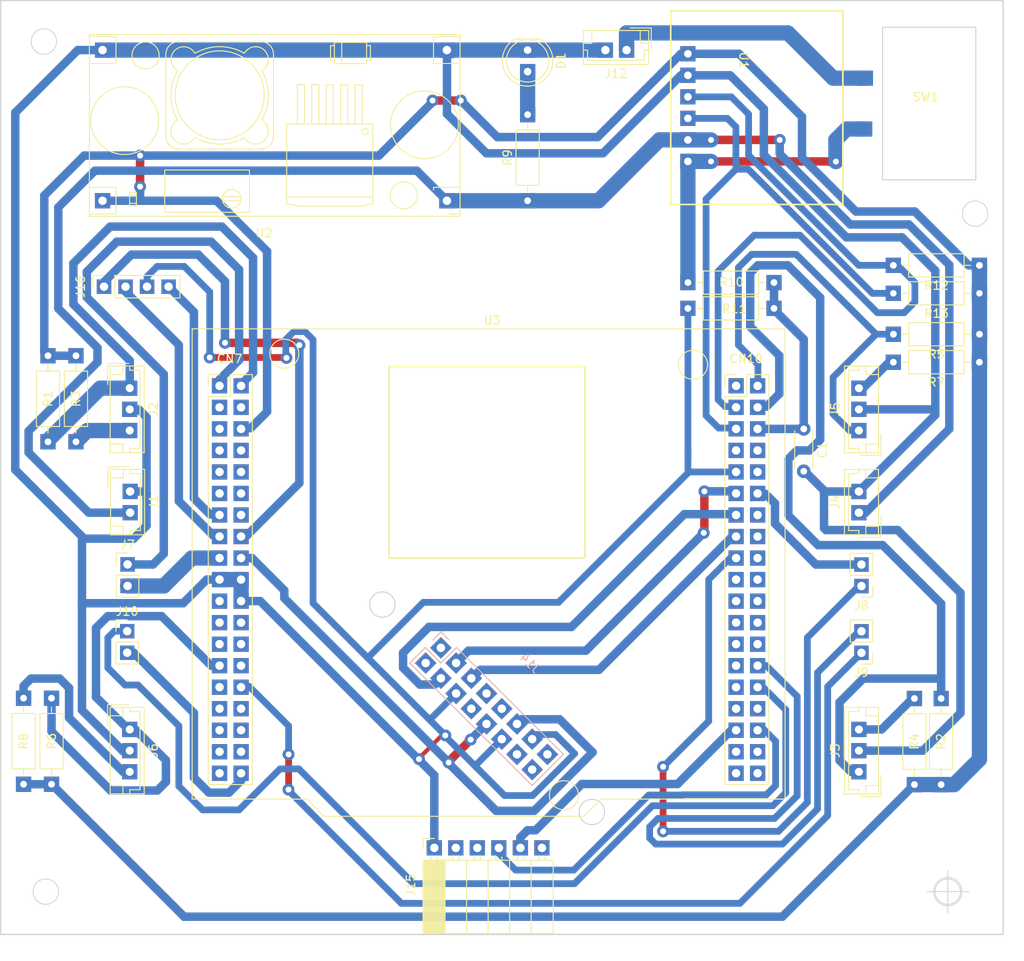
<source format=kicad_pcb>
(kicad_pcb (version 20211014) (generator pcbnew)
  (layers (0 "F.Cu" signal) (31 "B.Cu" signal) (34 "B.Paste" user) (35 "F.Paste" user) (36 "B.SilkS" user "B.Silkscreen") (37 "F.SilkS" user "F.Silkscreen") (38 "B.Mask" user) (39 "F.Mask" user) (44 "Edge.Cuts" user))
  (net 0 "")
  (net 1 "Vbat")
  (net 2 "GND")
  (net 3 "Net-(D1-Pad2)")
  (net 4 "+12V")
  (net 5 "MOTOR1_ENCODER")
  (net 6 "MOTOR3_ENCODER")
  (net 7 "MOTOR2_ENCODER")
  (net 8 "MOTOR4_ENCODER")
  (net 9 "MOTOR1_PWMN")
  (net 10 "MOTOR1_PWM")
  (net 11 "MOTOR2_PWMN")
  (net 12 "MOTOR2_PWM")
  (net 13 "MOTOR3_PWMN")
  (net 14 "MOTOR3_PWM")
  (net 15 "MOTOR4_PWMN")
  (net 16 "MOTOR4_PWM")
  (net 17 "+5V")
  (net 18 "Net-(J12-Pad1)")
  (net 19 "I2C_SDA")
  (net 20 "SPI_MISO")
  (net 21 "SPI_MOSI")
  (net 22 "SPI_SCLK")
  (net 33 "UART_TX")
  (net 34 "UART_RX")
  (net 36 "Net-(R10-Pad1)")
  (net 37 "I2C_SCL")
  (net 38 "SWDIO")
  (net 39 "SWCLK")
  (net 63 "+3V3")
  (net 87 "Net-(J6-Pad3)")
  (net 88 "Net-(J2-Pad3)")
  (net 90 "Net-(J3-Pad3)")
  (net 91 "Net-(J5-Pad3)")
  (footprint "Connector_PinSocket_2.54mm:PinSocket_1x04_P2.54mm_Vertical" (layer "F.Cu") (at 185.22581 147.041 90)
    (fp_text reference "J16")
    (fp_text value "Conector_Programador")
  )
  (footprint "Connector_PinHeader_2.54mm:PinHeader_1x02_P2.54mm_Vertical" (layer "F.Cu") (at 187.96 187.701)
    (fp_text reference "J10")
    (fp_text value "Conector_Motor4")
  )
  (footprint "CustomLib:Nucleo_F303RE" (layer "F.Cu") (at 198.67781 158.75)
    (fp_text reference "U3")
    (fp_text value "Nucleo_F303RE")
  )
  (footprint "Resistor_THT:R_Axial_DIN0207_L6.3mm_D2.5mm_P10.16mm_Horizontal" (layer "F.Cu") (at 264.29701 149.606 180)
    (fp_text reference "R11")
    (fp_text value "R")
  )
  (footprint "LED_THT:LED_D5.0mm" (layer "F.Cu") (at 235.218 119.12 -90)
    (fp_text reference "D1")
    (fp_text value "LED")
  )
  (footprint "Resistor_THT:R_Axial_DIN0207_L6.3mm_D2.5mm_P10.16mm_Horizontal" (layer "F.Cu") (at 288.544 144.526 180)
    (fp_text reference "R12")
    (fp_text value "4K7")
  )
  (footprint "Connector_PinHeader_2.54mm:PinHeader_1x02_P2.54mm_Vertical" (layer "F.Cu") (at 274.62 190.256 180)
    (fp_text reference "J9")
    (fp_text value "Conector_Motor3")
  )
  (footprint "Capacitor_THT:C_Disc_D4.3mm_W1.9mm_P5.00mm" (layer "F.Cu") (at 267.80581 163.83 -90)
    (fp_text reference "C1")
    (fp_text value "100n")
  )
  (footprint "CustomLib:SW_SPST" (layer "F.Cu") (at 277.116 116.4338)
    (fp_text reference "SW1")
    (fp_text value "SW_SPST")
    (fp_rect (start 0 0) (end 11 18) (layer "Edge.Cuts") (width 0.12) (fill none))
  )
  (footprint "Connector_JST:JST_EH_B2B-EH-A_1x02_P2.50mm_Vertical" (layer "F.Cu") (at 274.32 173.716 90)
    (fp_text reference "J4")
    (fp_text value "Conector_Alim_PuenteH2")
  )
  (footprint "Connector_JST:JST_EH_B3B-EH-A_1x03_P2.50mm_Vertical" (layer "F.Cu") (at 188.26 199.3 -90)
    (fp_text reference "J6")
    (fp_text value "Conector_Encoder4")
  )
  (footprint "Connector_PinHeader_2.54mm:PinHeader_1x02_P2.54mm_Vertical" (layer "F.Cu") (at 274.62 182.377 180)
    (fp_text reference "J8")
    (fp_text value "Conector_Motor2")
  )
  (footprint "Resistor_THT:R_Axial_DIN0207_L6.3mm_D2.5mm_P10.16mm_Horizontal" (layer "F.Cu") (at 288.55 152.654 180)
    (fp_text reference "R5")
    (fp_text value "10k")
  )
  (footprint "Resistor_THT:R_Axial_DIN0207_L6.3mm_D2.5mm_P10.16mm_Horizontal" (layer "F.Cu") (at 288.544 155.956 180)
    (fp_text reference "R7")
    (fp_text value "220")
  )
  (footprint "Resistor_THT:R_Axial_DIN0207_L6.3mm_D2.5mm_P10.16mm_Horizontal" (layer "F.Cu") (at 181.91381 155.194 -90)
    (fp_text reference "R3")
    (fp_text value "220")
  )
  (footprint "Resistor_THT:R_Axial_DIN0207_L6.3mm_D2.5mm_P10.16mm_Horizontal" (layer "F.Cu") (at 280.87221 205.807 90)
    (fp_text reference "R4")
    (fp_text value "220")
  )
  (footprint "Resistor_THT:R_Axial_DIN0207_L6.3mm_D2.5mm_P10.16mm_Horizontal" (layer "F.Cu") (at 175.728905 205.767905 90)
    (fp_text reference "R8")
    (fp_text value "220")
  )
  (footprint "Resistor_THT:R_Axial_DIN0207_L6.3mm_D2.5mm_P10.16mm_Horizontal" (layer "F.Cu") (at 178.61181 155.194 -90)
    (fp_text reference "R1")
    (fp_text value "10k")
  )
  (footprint "Resistor_THT:R_Axial_DIN0207_L6.3mm_D2.5mm_P10.16mm_Horizontal" (layer "F.Cu") (at 254.13701 146.558)
    (fp_text reference "R10")
    (fp_text value "R")
  )
  (footprint "Connector_JST:JST_EH_B3B-EH-A_1x03_P2.50mm_Vertical" (layer "F.Cu") (at 274.32 204.3 90)
    (fp_text reference "J3")
    (fp_text value "Conector_Encoder3")
  )
  (footprint "Resistor_THT:R_Axial_DIN0207_L6.3mm_D2.5mm_P10.16mm_Horizontal" (layer "F.Cu") (at 288.544 147.828 180)
    (fp_text reference "R13")
    (fp_text value "4K7")
  )
  (footprint "Connector_JST:JST_EH_B2B-EH-A_1x02_P2.50mm_Vertical" (layer "F.Cu") (at 188.306 171.211 -90)
    (fp_text reference "J1")
    (fp_text value "Conector_Alim_PuenteH1")
  )
  (footprint "Connector_JST:JST_EH_B2B-EH-A_1x02_P2.50mm_Vertical" (layer "F.Cu") (at 246.9 119.12 180)
    (fp_text reference "J12")
    (fp_text value "Conector_Baterias")
  )
  (footprint "CustomLib:INA219_Module" (layer "F.Cu") (at 254.13701 119.56 -90)
    (fp_text reference "U1")
    (fp_text value "INA219_Module")
  )
  (footprint "Connector_JST:JST_EH_B3B-EH-A_1x03_P2.50mm_Vertical" (layer "F.Cu") (at 274.32 164.024 90)
    (fp_text reference "J5")
    (fp_text value "Conector_Encoder2")
  )
  (footprint "Resistor_THT:R_Axial_DIN0207_L6.3mm_D2.5mm_P10.16mm_Horizontal" (layer "F.Cu") (at 235.218 136.9 90)
    (fp_text reference "R9")
    (fp_text value "860")
  )
  (footprint "Connector_PinSocket_2.54mm:PinSocket_1x06_P2.54mm_Horizontal" (layer "F.Cu") (at 224.206905 213.278 90)
    (fp_text reference "J15")
    (fp_text value "Conector_ConversorUSB")
  )
  (footprint "Resistor_THT:R_Axial_DIN0207_L6.3mm_D2.5mm_P10.16mm_Horizontal" (layer "F.Cu") (at 284.02181 205.807 90)
    (fp_text reference "R2")
    (fp_text value "10k")
  )
  (footprint "Connector_PinHeader_2.54mm:PinHeader_1x02_P2.54mm_Vertical" (layer "F.Cu") (at 188.006 179.822)
    (fp_text reference "J7")
    (fp_text value "Conector_Motor1")
  )
  (footprint "CustomLib:DCDC_StepDown_LM2596" (layer "F.Cu") (at 225.693 136.9 180)
    (fp_text reference "U2")
    (fp_text value "LM2596_Module")
  )
  (footprint "Resistor_THT:R_Axial_DIN0207_L6.3mm_D2.5mm_P10.16mm_Horizontal" (layer "F.Cu") (at 179.030905 205.767905 90)
    (fp_text reference "R6")
    (fp_text value "10k")
  )
  (footprint "Connector_JST:JST_EH_B3B-EH-A_1x03_P2.50mm_Vertical" (layer "F.Cu") (at 188.26 159.019 -90)
    (fp_text reference "J2")
    (fp_text value "Conector_Encoder1")
  )
  (footprint "CustomLib:Conector_IMU" (layer "B.Cu") (at 237.675655 202.14623 135)
    (fp_text reference "J14")
    (fp_text value "Conector_IMU")
    (fp_circle (center 26.2904 -1.4224) (end 27.7904 -1.4224) (layer "Edge.Cuts") (width 0.12) (fill none))
    (fp_circle (center -8.5 -1.25) (end -7 -1.25) (layer "Edge.Cuts") (width 0.12) (fill none))
  )
  (gr_rect (start 218.87081 156.464) (end 241.98481 179.07) (layer "F.SilkS") (width 0.2) (fill none))
  (gr_rect (start 291.338 223.496) (end 173.02381 113.284) (layer "Edge.Cuts") (width 0.15) (fill none))
  (gr_circle (center 178.12781 118.11) (end 179.62781 118.11) (layer "Edge.Cuts") (width 0.1) (fill none))
  (gr_circle (center 284.80781 218.44) (end 286.30781 218.44) (layer "Edge.Cuts") (width 0.1) (fill none))
  (gr_circle (center 178.35781 218.44) (end 179.85781 218.44) (layer "Edge.Cuts") (width 0.1) (fill none))
  (gr_circle (center 288.036 138.43) (end 289.536 138.43) (layer "Edge.Cuts") (width 0.1) (fill none))
  (target plus (at 284.805716 218.44) (size 5) (width 0.1) (layer "Edge.Cuts"))
  (segment (start 264.29701 149.74301) (end 267.80581 153.25181) (width 1) (layer "B.Cu") (net 1))
  (segment (start 262.29781 163.73) (end 262.39781 163.83) (width 1) (layer "B.Cu") (net 1))
  (segment (start 262.39781 163.83) (end 267.80581 163.83) (width 1) (layer "B.Cu") (net 1))
  (segment (start 264.29701 149.606) (end 264.29701 149.74301) (width 1) (layer "B.Cu") (net 1))
  (segment (start 264.29701 146.558) (end 264.29701 149.606) (width 1) (layer "B.Cu") (net 1))
  (segment (start 267.80581 153.25181) (end 267.80581 163.83) (width 1) (layer "B.Cu") (net 1))
  (segment (start 225.1 200) (end 222.4 202.7) (width 0.5) (layer "F.Cu") (net 2))
  (segment (start 225.5 200) (end 225.1 200) (width 0.5) (layer "F.Cu") (net 2))
  (segment (start 206.756 155.448) (end 206.708 155.4) (width 0.8) (layer "F.Cu") (net 2))
  (segment (start 222.4 202.7) (end 222.4 202.8) (width 0.5) (layer "F.Cu") (net 2))
  (segment (start 206.708 155.4) (end 197.7 155.4) (width 0.8) (layer "F.Cu") (net 2))
  (via (at 222.4 202.8) (size 1.4) (drill 0.7) (layers "F.Cu" "B.Cu") (net 2))
  (via (at 206.756 155.448) (size 1.4) (drill 0.7) (layers "F.Cu" "B.Cu") (net 2))
  (via (at 225.5 200) (size 1.4) (drill 0.7) (layers "F.Cu" "B.Cu") (net 2))
  (via (at 197.7 155.4) (size 1.4) (drill 0.7) (layers "F.Cu" "B.Cu") (net 2))
  (segment (start 188.306 171.211) (end 190.007 171.211) (width 1) (layer "B.Cu") (net 2))
  (segment (start 259.12981 122.1) (end 254.13701 122.1) (width 1) (layer "B.Cu") (net 2))
  (segment (start 226.3118 119.12) (end 244.4 119.12) (width 1.8) (layer "B.Cu") (net 2))
  (segment (start 236.301499 199.9) (end 235.759396 200.442103) (width 0.8) (layer "B.Cu") (net 2))
  (segment (start 209.9 184.4) (end 216.35 190.85) (width 0.8) (layer "B.Cu") (net 2))
  (segment (start 270.19181 171.09181) (end 267.93 168.83) (width 1) (layer "B.Cu") (net 2))
  (segment (start 283.334 162.182) (end 283.334 161.414) (width 1) (layer "B.Cu") (net 2))
  (segment (start 225.7 126.64) (end 230.36 131.3) (width 1) (layer "B.Cu") (net 2))
  (segment (start 182.626 176.784) (end 182.626 176.53) (width 1) (layer "B.Cu") (net 2))
  (segment (start 238.864 184.3) (end 222.9 184.3) (width 0.8) (layer "B.Cu") (net 2))
  (segment (start 201.39981 181.61) (end 198.85981 181.61) (width 1.8) (layer "B.Cu") (net 2))
  (segment (start 254.254 168.91) (end 254.13701 169.02699) (width 0.8) (layer "B.Cu") (net 2))
  (segment (start 197.7 147.662) (end 194.694 144.656) (width 0.8) (layer "B.Cu") (net 2))
  (segment (start 235.811 207.1) (end 240.7595 202.1515) (width 0.8) (layer "B.Cu") (net 2))
  (segment (start 232.167293 200.442103) (end 229.2 203.409396) (width 0.8) (layer "B.Cu") (net 2))
  (segment (start 223.5 198) (end 225.5 200) (width 0.8) (layer "B.Cu") (net 2))
  (segment (start 190.246 162.44419) (end 190.246 171.45) (width 1) (layer "B.Cu") (net 2))
  (segment (start 259.71981 168.81) (end 259.81981 168.91) (width 1) (layer "B.Cu") (net 2))
  (segment (start 279.4 141.224) (end 272.838 141.224) (width 1) (layer "B.Cu") (net 2))
  (segment (start 188.722 176.784) (end 182.626 176.784) (width 1) (layer "B.Cu") (net 2))
  (segment (start 188.381 201.843) (end 187.443 201.843) (width 1) (layer "B.Cu") (net 2))
  (segment (start 209.9 153.299294) (end 209.9 184.4) (width 0.8) (layer "B.Cu") (net 2))
  (segment (start 197.7 155.4) (end 197.7 147.662) (width 0.8) (layer "B.Cu") (net 2))
  (segment (start 206.756 155.448) (end 206.681232 155.373232) (width 0.8) (layer "B.Cu") (net 2))
  (segment (start 190.246 175.26) (end 188.722 176.784) (width 1) (layer "B.Cu") (net 2))
  (segment (start 270.19181 171.216) (end 270.19181 171.09181) (width 1) (layer "B.Cu") (net 2))
  (segment (start 185.6718 119.12) (end 225.693 119.12) (width 1.8) (layer "B.Cu") (net 2))
  (segment (start 182.626 184.404) (end 182.626 176.784) (width 1) (layer "B.Cu") (net 2))
  (segment (start 187.443 201.843) (end 182.626 197.026) (width 1) (layer "B.Cu") (net 2))
  (segment (start 174.752 126.492) (end 182.124 119.12) (width 1) (layer "B.Cu") (net 2))
  (segment (start 274.3 171.216) (end 283.334 162.182) (width 1) (layer "B.Cu") (net 2))
  (segment (start 270.19181 171.216) (end 270.2 171.22419) (width 1) (layer "B.Cu") (net 2))
  (segment (start 190.30581 145.838919) (end 190.30581 147.041) (width 0.8) (layer "B.Cu") (net 2))
  (segment (start 182.626 184.404) (end 194.564 184.404) (width 1) (layer "B.Cu") (net 2))
  (segment (start 189.32581 161.524) (end 190.246 162.44419) (width 1) (layer "B.Cu") (net 2))
  (segment (start 272.838 141.224) (end 263.1 131.486) (width 1) (layer "B.Cu") (net 2))
  (segment (start 194.564 184.404) (end 197.358 181.61) (width 1) (layer "B.Cu") (net 2))
  (segment (start 224.206905 204.706905) (end 224.206905 213.278) (width 1) (layer "B.Cu") (net 2))
  (segment (start 238.508 199.9) (end 236.301499 199.9) (width 0.8) (layer "B.Cu") (net 2))
  (segment (start 281.86581 201.8) (end 274.32 201.8) (width 1) (layer "B.Cu") (net 2))
  (segment (start 182.626 197.026) (end 182.626 184.404) (width 1) (layer "B.Cu") (net 2))
  (segment (start 229.2 203.8) (end 232.5 207.1) (width 0.8) (layer "B.Cu") (net 2))
  (segment (start 270.19181 171.216) (end 274.3 171.216) (width 1) (layer "B.Cu") (net 2))
  (segment (start 254.13701 166.2828) (end 254.13701 167.23701) (width 0.8) (layer "B.Cu") (net 2))
  (segment (start 267.93 168.83) (end 267.80581 168.83) (width 1) (layer "B.Cu") (net 2))
  (segment (start 240.7595 202.1515) (end 238.508 199.9) (width 0.8) (layer "B.Cu") (net 2))
  (segment (start 270.2 171.22419) (end 270.2 175.53519) (width 1) (layer "B.Cu") (net 2))
  (segment (start 201.39981 184.15) (end 201.39981 181.61) (width 1.8) (layer "B.Cu") (net 2))
  (segment (start 194.694 144.656) (end 191.488729 144.656) (width 0.8) (layer "B.Cu") (net 2))
  (segment (start 263.1 126.07019) (end 259.12981 122.1) (width 1) (layer "B.Cu") (net 2))
  (segment (start 225.7 119.7458) (end 225.7 126.64) (width 1) (layer "B.Cu") (net 2))
  (segment (start 182.124 119.12) (end 185.053 119.12) (width 1) (layer "B.Cu") (net 2))
  (segment (start 190.007 171.211) (end 190.246 171.45) (width 1) (layer "B.Cu") (net 2))
  (segment (start 191.488729 144.656) (end 190.30581 145.838919) (width 0.8) (layer "B.Cu") (net 2))
  (segment (start 226.2268 119.205) (end 226.3118 119.12) (width 1.8) (layer "B.Cu") (net 2))
  (segment (start 232.5 207.1) (end 235.811 207.1) (width 0.8) (layer "B.Cu") (net 2))
  (segment (start 226.77914 195.053949) (end 223.833089 198) (width 0.8) (layer "B.Cu") (net 2))
  (segment (start 208.943974 152.343268) (end 209.9 153.299294) (width 0.8) (layer "B.Cu") (net 2))
  (segment (start 270.2 175.53519) (end 270.43281 175.768) (width 1) (layer "B.Cu") (net 2))
  (segment (start 190.246 171.45) (end 190.246 175.26) (width 1) (layer "B.Cu") (net 2))
  (segment (start 185.561 119.2308) (end 185.6718 119.12) (width 1) (layer "B.Cu") (net 2))
  (segment (start 259.81981 168.91) (end 254.254 168.91) (width 0.8) (layer "B.Cu") (net 2))
  (segment (start 203.65 184.15) (end 224.206905 204.706905) (width 1) (layer "B.Cu") (net 2))
  (segment (start 254.13701 149.606) (end 254.13701 166.2828) (width 0.8) (layer "B.Cu") (net 2))
  (segment (start 263.1 131.486) (end 263.1 126.07019) (width 1) (layer "B.Cu") (net 2))
  (segment (start 225.693 119.12) (end 225.693 119.7388) (width 1) (layer "B.Cu") (net 2))
  (segment (start 225.693 119.7388) (end 226.2268 119.205) (width 1) (layer "B.Cu") (net 2))
  (segment (start 278.892 175.768) (end 286.30781 183.18381) (width 1) (layer "B.Cu") (net 2))
  (segment (start 225.693 119.7388) (end 225.7 119.7458) (width 1) (layer "B.Cu") (net 2))
  (segment (start 206.681232 155.373232) (end 206.681232 153.280526) (width 0.8) (layer "B.Cu") (net 2))
  (segment (start 283.334 161.414) (end 283.334 145.158) (width 1) (layer "B.Cu") (net 2))
  (segment (start 283.224 161.524) (end 283.334 161.414) (width 1) (layer "B.Cu") (net 2))
  (segment (start 206.681232 153.280526) (end 207.61849 152.343268) (width 0.8) (layer "B.Cu") (net 2))
  (segment (start 283.334 145.158) (end 279.4 141.224) (width 1) (layer "B.Cu") (net 2))
  (segment (start 225.5 200) (end 225.5 200.1) (width 0.8) (layer "B.Cu") (net 2))
  (segment (start 182.626 176.53) (end 174.752 168.656) (width 1) (layer "B.Cu") (net 2))
  (segment (start 254.13701 166.2828) (end 254.13701 169.02699) (width 0.8) (layer "B.Cu") (net 2))
  (segment (start 286.30781 183.18381) (end 286.30781 197.358) (width 1) (layer "B.Cu") (net 2))
  (segment (start 197.358 181.61) (end 198.85981 181.61) (width 1) (layer "B.Cu") (net 2))
  (segment (start 244.112 131.3) (end 253.312 122.1) (width 1) (layer "B.Cu") (net 2))
  (segment (start 270.43281 175.768) (end 278.892 175.768) (width 1) (layer "B.Cu") (net 2))
  (segment (start 253.312 122.1) (end 254.13701 122.1) (width 1) (layer "B.Cu") (net 2))
  (segment (start 254.13701 149.606) (end 254.04981 149.6932) (width 1) (layer "B.Cu") (net 2))
  (segment (start 223.833089 198) (end 223.5 198) (width 0.8) (layer "B.Cu") (net 2))
  (segment (start 222.9 184.3) (end 216.35 190.85) (width 0.8) (layer "B.Cu") (net 2))
  (segment (start 254.13701 169.02699) (end 238.864 184.3) (width 0.8) (layer "B.Cu") (net 2))
  (segment (start 201.39981 184.15) (end 203.65 184.15) (width 1) (layer "B.Cu") (net 2))
  (segment (start 174.752 168.656) (end 174.752 126.492) (width 1) (layer "B.Cu") (net 2))
  (segment (start 216.35 190.85) (end 223.5 198) (width 0.8) (layer "B.Cu") (net 2))
  (segment (start 207.61849 152.343268) (end 208.943974 152.343268) (width 0.8) (layer "B.Cu") (net 2))
  (segment (start 229.2 203.409396) (end 229.2 203.8) (width 0.8) (layer "B.Cu") (net 2))
  (segment (start 225.4 200) (end 225.5 200) (width 0.8) (layer "B.Cu") (net 2))
  (segment (start 230.36 131.3) (end 244.112 131.3) (width 1) (layer "B.Cu") (net 2))
  (segment (start 274.32 161.524) (end 283.224 161.524) (width 1) (layer "B.Cu") (net 2))
  (segment (start 225.5 200.1) (end 229.2 203.8) (width 0.8) (layer "B.Cu") (net 2))
  (segment (start 286.30781 197.358) (end 281.86581 201.8) (width 1) (layer "B.Cu") (net 2))
  (segment (start 235.218 121.66) (end 235.218 126.74) (width 1.8) (layer "B.Cu") (net 3))
  (segment (start 264.97181 129.72) (end 256.868 129.72) (width 1) (layer "F.Cu") (net 4))
  (via (at 256.868 129.72) (size 1.4) (drill 0.7) (layers "F.Cu" "B.Cu") (net 4))
  (via (at 264.97181 129.72) (size 1.4) (drill 0.7) (layers "F.Cu" "B.Cu") (net 4))
  (segment (start 188.306 173.711) (end 188.301 173.716) (width 1) (layer "B.Cu") (net 4))
  (segment (start 284.988 163.83) (end 284.988 144.473898) (width 1) (layer "B.Cu") (net 4))
  (segment (start 250.772 129.72) (end 243.592 136.9) (width 1.8) (layer "B.Cu") (net 4))
  (segment (start 184.15 133.35) (end 222.143 133.35) (width 1) (layer "B.Cu") (net 4))
  (segment (start 183.41781 173.716) (end 176.32581 166.624) (width 1) (layer "B.Cu") (net 4))
  (segment (start 176.32581 166.624) (end 176.32581 164.07419) (width 1) (layer "B.Cu") (net 4))
  (segment (start 184.45381 154.25381) (end 179.832 149.632) (width 1) (layer "B.Cu") (net 4))
  (segment (start 280.214102 139.7) (end 273.293898 139.7) (width 1) (layer "B.Cu") (net 4))
  (segment (start 225.693 136.9) (end 235.218 136.9) (width 1.8) (layer "B.Cu") (net 4))
  (segment (start 264.97181 131.377912) (end 264.97181 129.72) (width 1) (layer "B.Cu") (net 4))
  (segment (start 256.868 129.72) (end 250.772 129.72) (width 1.8) (layer "B.Cu") (net 4))
  (segment (start 179.832 149.632) (end 179.832 137.668) (width 1) (layer "B.Cu") (net 4))
  (segment (start 176.32581 164.07419) (end 184.45381 155.94619) (width 1) (layer "B.Cu") (net 4))
  (segment (start 243.592 136.9) (end 235.218 136.9) (width 1.8) (layer "B.Cu") (net 4))
  (segment (start 184.45381 155.94619) (end 184.45381 154.25381) (width 1) (layer "B.Cu") (net 4))
  (segment (start 273.293898 139.7) (end 264.97181 131.377912) (width 1) (layer "B.Cu") (net 4))
  (segment (start 275.102 173.716) (end 284.988 163.83) (width 1) (layer "B.Cu") (net 4))
  (segment (start 284.988 144.473898) (end 280.214102 139.7) (width 1) (layer "B.Cu") (net 4))
  (segment (start 222.143 133.35) (end 225.693 136.9) (width 1) (layer "B.Cu") (net 4))
  (segment (start 274.32 173.716) (end 275.102 173.716) (width 1) (layer "B.Cu") (net 4))
  (segment (start 188.301 173.716) (end 183.41781 173.716) (width 1) (layer "B.Cu") (net 4))
  (segment (start 179.832 137.668) (end 184.15 133.35) (width 1) (layer "B.Cu") (net 4))
  (segment (start 184.781 159.019) (end 188.26 159.019) (width 1.8) (layer "B.Cu") (net 5))
  (segment (start 202.816 143.634) (end 199.136 139.954) (width 1) (layer "B.Cu") (net 5))
  (segment (start 188.26 155.76) (end 188.26 159.019) (width 1) (layer "B.Cu") (net 5))
  (segment (start 201.33781 158.65) (end 202.816 157.17181) (width 1) (layer "B.Cu") (net 5))
  (segment (start 181.61 149.11) (end 188.26 155.76) (width 1) (layer "B.Cu") (net 5))
  (segment (start 178.61181 165.354) (end 178.61181 165.18819) (width 1) (layer "B.Cu") (net 5))
  (segment (start 199.136 139.954) (end 185.946 139.954) (width 1) (layer "B.Cu") (net 5))
  (segment (start 181.61 144.29) (end 181.61 149.11) (width 1) (layer "B.Cu") (net 5))
  (segment (start 202.816 157.17181) (end 202.816 143.634) (width 1) (layer "B.Cu") (net 5))
  (segment (start 178.61181 165.18819) (end 184.781 159.019) (width 1.8) (layer "B.Cu") (net 5))
  (segment (start 185.946 139.954) (end 181.61 144.29) (width 1) (layer "B.Cu") (net 5))
  (segment (start 284.02181 184.45381) (end 277.114 177.546) (width 1) (layer "B.Cu") (net 6))
  (segment (start 269.494 177.546) (end 265.98781 174.03981) (width 1) (layer "B.Cu") (net 6))
  (segment (start 264.922 159.68881) (end 263.42081 161.19) (width 1) (layer "B.Cu") (net 6))
  (segment (start 277.114 177.546) (end 269.494 177.546) (width 1) (layer "B.Cu") (net 6))
  (segment (start 261.49181 145.41619) (end 261.49181 151.76381) (width 1) (layer "B.Cu") (net 6))
  (segment (start 268.478 166.37) (end 269.748 165.1) (width 1) (layer "B.Cu") (net 6))
  (segment (start 265.938 144.526) (end 262.382 144.526) (width 1) (layer "B.Cu") (net 6))
  (segment (start 265.98781 174.03981) (end 265.98781 167.386) (width 1) (layer "B.Cu") (net 6))
  (segment (start 267.00381 166.37) (end 268.478 166.37) (width 1) (layer "B.Cu") (net 6))
  (segment (start 273.388 204.3) (end 272.034 202.946) (width 1) (layer "B.Cu") (net 6))
  (segment (start 262.382 144.526) (end 261.49181 145.41619) (width 1) (layer "B.Cu") (net 6))
  (segment (start 261.49181 151.76381) (end 264.922 155.194) (width 1) (layer "B.Cu") (net 6))
  (segment (start 263.42081 161.19) (end 262.29781 161.19) (width 1) (layer "B.Cu") (net 6))
  (segment (start 265.98781 167.386) (end 267.00381 166.37) (width 1) (layer "B.Cu") (net 6))
  (segment (start 269.748 148.336) (end 265.938 144.526) (width 1) (layer "B.Cu") (net 6))
  (segment (start 272.034 196.088) (end 274.828 193.294) (width 1) (layer "B.Cu") (net 6))
  (segment (start 269.748 165.1) (end 269.748 148.336) (width 1) (layer "B.Cu") (net 6))
  (segment (start 284.02181 193.34381) (end 284.02181 184.45381) (width 1) (layer "B.Cu") (net 6))
  (segment (start 284.02181 195.647) (end 284.02181 193.34381) (width 1) (layer "B.Cu") (net 6))
  (segment (start 272.034 202.946) (end 272.034 196.088) (width 1) (layer "B.Cu") (net 6))
  (segment (start 264.922 155.194) (end 264.922 159.68881) (width 1) (layer "B.Cu") (net 6))
  (segment (start 274.32 204.3) (end 273.388 204.3) (width 1) (layer "B.Cu") (net 6))
  (segment (start 283.972 193.294) (end 284.02181 193.34381) (width 1) (layer "B.Cu") (net 6))
  (segment (start 274.828 193.294) (end 283.972 193.294) (width 1) (layer "B.Cu") (net 6))
  (segment (start 271.272 157.734) (end 276.352 152.654) (width 0.8) (layer "B.Cu") (net 7))
  (segment (start 274.32 164.024) (end 273.22 164.024) (width 0.8) (layer "B.Cu") (net 7))
  (segment (start 262.39781 158.75) (end 262.39781 156.22581) (width 0.8) (layer "B.Cu") (net 7))
  (segment (start 273.22 164.024) (end 271.272 162.076) (width 0.8) (layer "B.Cu") (net 7))
  (segment (start 261.65 143.226) (end 266.924 143.226) (width 0.8) (layer "B.Cu") (net 7))
  (segment (start 271.272 162.076) (end 271.272 157.734) (width 0.8) (layer "B.Cu") (net 7))
  (segment (start 260.1 153.928) (end 260.1 144.776) (width 0.8) (layer "B.Cu") (net 7))
  (segment (start 266.924 143.226) (end 276.352 152.654) (width 0.8) (layer "B.Cu") (net 7))
  (segment (start 262.39781 156.22581) (end 260.1 153.928) (width 0.8) (layer "B.Cu") (net 7))
  (segment (start 276.352 152.654) (end 278.39 152.654) (width 0.8) (layer "B.Cu") (net 7))
  (segment (start 260.1 144.776) (end 261.65 143.226) (width 0.8) (layer "B.Cu") (net 7))
  (segment (start 192.024 185.928) (end 185.674 185.928) (width 1) (layer "B.Cu") (net 8))
  (segment (start 186.002 206.502) (end 179.030905 199.530905) (width 1) (layer "B.Cu") (net 8))
  (segment (start 188.9 199.3) (end 192.532 202.932) (width 1) (layer "B.Cu") (net 8))
  (segment (start 191.516 206.502) (end 186.002 206.502) (width 1) (layer "B.Cu") (net 8))
  (segment (start 197.866 191.77) (end 192.024 185.928) (width 1) (layer "B.Cu") (net 8))
  (segment (start 179.030905 199.530905) (end 179.030905 195.607905) (width 1) (layer "B.Cu") (net 8))
  (segment (start 192.532 205.486) (end 191.516 206.502) (width 1) (layer "B.Cu") (net 8))
  (segment (start 198.85981 191.77) (end 197.866 191.77) (width 1) (layer "B.Cu") (net 8))
  (segment (start 192.532 202.932) (end 192.532 205.486) (width 1) (layer "B.Cu") (net 8))
  (segment (start 185.674 185.928) (end 184.28 187.322) (width 1) (layer "B.Cu") (net 8))
  (segment (start 188.143 199.343) (end 188.303 199.343) (width 1) (layer "B.Cu") (net 8))
  (segment (start 184.28 187.322) (end 184.28 195.48) (width 1) (layer "B.Cu") (net 8))
  (segment (start 184.28 195.48) (end 188.143 199.343) (width 1) (layer "B.Cu") (net 8))
  (segment (start 188.26 199.3) (end 188.9 199.3) (width 1) (layer "B.Cu") (net 8))
  (segment (start 197.866 141.732) (end 201.168 145.034) (width 1) (layer "B.Cu") (net 9))
  (segment (start 201.168 145.034) (end 201.168 155.702) (width 1) (layer "B.Cu") (net 9))
  (segment (start 192.278 157.378) (end 183.2 148.3) (width 1) (layer "B.Cu") (net 9))
  (segment (start 186.73981 141.732) (end 197.866 141.732) (width 1) (layer "B.Cu") (net 9))
  (segment (start 188.011 179.827) (end 191.013 179.827) (width 1) (layer "B.Cu") (net 9))
  (segment (start 191.013 179.827) (end 192.278 178.562) (width 1) (layer "B.Cu") (net 9))
  (segment (start 183.2 148.3) (end 183.2 145.27181) (width 1) (layer "B.Cu") (net 9))
  (segment (start 198.85981 158.01019) (end 198.85981 158.75) (width 1) (layer "B.Cu") (net 9))
  (segment (start 183.2 145.27181) (end 186.73981 141.732) (width 1) (layer "B.Cu") (net 9))
  (segment (start 201.168 155.702) (end 198.85981 158.01019) (width 1) (layer "B.Cu") (net 9))
  (segment (start 192.278 178.562) (end 192.278 157.378) (width 1) (layer "B.Cu") (net 9))
  (segment (start 192.283 182.367) (end 195.58 179.07) (width 1.8) (layer "B.Cu") (net 10))
  (segment (start 195.58 179.07) (end 198.85981 179.07) (width 1.8) (layer "B.Cu") (net 10))
  (segment (start 188.006 182.362) (end 188.011 182.367) (width 1.8) (layer "B.Cu") (net 10))
  (segment (start 198.79781 178.97) (end 198.76781 179) (width 0.5) (layer "B.Cu") (net 10))
  (segment (start 188.011 182.367) (end 192.283 182.367) (width 1.8) (layer "B.Cu") (net 10))
  (segment (start 251.206 210.9995) (end 251.206 203.708) (width 0.8) (layer "F.Cu") (net 11))
  (via (at 251.206 203.708) (size 1.4) (drill 0.7) (layers "F.Cu" "B.Cu") (net 11))
  (via (at 251.206 211.328) (size 1.4) (drill 0.7) (layers "F.Cu" "B.Cu") (net 11))
  (segment (start 259.23 178.97) (end 259.75781 178.97) (width 0.8) (layer "B.Cu") (net 11))
  (segment (start 268.234 207.906204) (end 268.234 188.458) (width 0.8) (layer "B.Cu") (net 11))
  (segment (start 251.206 211.328) (end 264.812204 211.328) (width 0.8) (layer "B.Cu") (net 11))
  (segment (start 268.234 188.458) (end 274.315 182.377) (width 0.8) (layer "B.Cu") (net 11))
  (segment (start 256.58981 198.32419) (end 256.58981 181.61019) (width 0.8) (layer "B.Cu") (net 11))
  (segment (start 264.812204 211.328) (end 268.234 207.906204) (width 0.8) (layer "B.Cu") (net 11))
  (segment (start 251.206 203.708) (end 256.58981 198.32419) (width 0.8) (layer "B.Cu") (net 11))
  (segment (start 256.58981 181.61019) (end 259.23 178.97) (width 0.8) (layer "B.Cu") (net 11))
  (segment (start 274.315 182.377) (end 274.62 182.377) (width 0.8) (layer "B.Cu") (net 11))
  (segment (start 264.414 175.006) (end 264.414 172.62019) (width 1) (layer "B.Cu") (net 12))
  (segment (start 263.29381 171.5) (end 262.44781 171.5) (width 1) (layer "B.Cu") (net 12))
  (segment (start 274.62 179.837) (end 269.245 179.837) (width 1) (layer "B.Cu") (net 12))
  (segment (start 264.414 172.62019) (end 263.29381 171.5) (width 1) (layer "B.Cu") (net 12))
  (segment (start 269.245 179.837) (end 264.414 175.006) (width 1) (layer "B.Cu") (net 12))
  (segment (start 207.01 202.24) (end 207.01 206.39) (width 0.8) (layer "F.Cu") (net 13))
  (segment (start 207.01 206.39) (end 207 206.4) (width 0.8) (layer "F.Cu") (net 13))
  (via (at 207.01 202.24) (size 1.4) (drill 0.7) (layers "F.Cu" "B.Cu") (net 13))
  (via (at 207 206.4) (size 1.4) (drill 0.7) (layers "F.Cu" "B.Cu") (net 13))
  (segment (start 270.634 209.466) (end 270.634 194.242) (width 0.8) (layer "B.Cu") (net 13))
  (segment (start 207.01 202.24) (end 207.01 198.882) (width 0.8) (layer "B.Cu") (net 13))
  (segment (start 207 206.4) (end 207 206.5) (width 0.8) (layer "B.Cu") (net 13))
  (segment (start 202.338 194.21) (end 201.33781 194.21) (width 0.8) (layer "B.Cu") (net 13))
  (segment (start 270.634 194.242) (end 274.62 190.256) (width 0.8) (layer "B.Cu") (net 13))
  (segment (start 220.325 219.825) (end 260.275 219.825) (width 0.8) (layer "B.Cu") (net 13))
  (segment (start 260.275 219.825) (end 270.634 209.466) (width 0.8) (layer "B.Cu") (net 13))
  (segment (start 207 206.5) (end 220.325 219.825) (width 0.8) (layer "B.Cu") (net 13))
  (segment (start 207.01 198.882) (end 202.338 194.21) (width 0.8) (layer "B.Cu") (net 13))
  (segment (start 269.434 208.686102) (end 269.434 192.592) (width 0.8) (layer "B.Cu") (net 14))
  (segment (start 263.398 191.77) (end 267.034 195.406) (width 0.8) (layer "B.Cu") (net 14))
  (segment (start 274.31 187.716) (end 274.62 187.716) (width 0.8) (layer "B.Cu") (net 14))
  (segment (start 267.034 207.126306) (end 264.356306 209.804) (width 0.8) (layer "B.Cu") (net 14))
  (segment (start 265.292102 212.828) (end 269.434 208.686102) (width 0.8) (layer "B.Cu") (net 14))
  (segment (start 262.35981 191.77) (end 263.398 191.77) (width 0.8) (layer "B.Cu") (net 14))
  (segment (start 250.608679 209.804) (end 249.625 210.787679) (width 0.8) (layer "B.Cu") (net 14))
  (segment (start 269.434 192.592) (end 274.31 187.716) (width 0.8) (layer "B.Cu") (net 14))
  (segment (start 249.625 210.787679) (end 249.625 212.125) (width 0.8) (layer "B.Cu") (net 14))
  (segment (start 249.625 212.125) (end 250.328 212.828) (width 0.8) (layer "B.Cu") (net 14))
  (segment (start 250.328 212.828) (end 265.292102 212.828) (width 0.8) (layer "B.Cu") (net 14))
  (segment (start 267.034 195.406) (end 267.034 207.126306) (width 0.8) (layer "B.Cu") (net 14))
  (segment (start 264.356306 209.804) (end 250.608679 209.804) (width 0.8) (layer "B.Cu") (net 14))
  (segment (start 185.674 188.468) (end 186.441 187.701) (width 0.8) (layer "B.Cu") (net 15))
  (segment (start 240.75 217.5) (end 221.7545 217.5) (width 0.8) (layer "B.Cu") (net 15))
  (segment (start 201.168 208.788) (end 196.85 208.788) (width 0.8) (layer "B.Cu") (net 15))
  (segment (start 194.056 205.994) (end 194.056 198.882) (width 0.8) (layer "B.Cu") (net 15))
  (segment (start 187.706 194.056) (end 185.674 192.024) (width 0.8) (layer "B.Cu") (net 15))
  (segment (start 264.16325 208.3) (end 249.95 208.3) (width 0.8) (layer "B.Cu") (net 15))
  (segment (start 262.29781 194.21) (end 262.91 194.21) (width 0.8) (layer "B.Cu") (net 15))
  (segment (start 208.2045 203.95) (end 206.006 203.95) (width 0.8) (layer "B.Cu") (net 15))
  (segment (start 265.684 196.984) (end 265.684 206.77925) (width 0.8) (layer "B.Cu") (net 15))
  (segment (start 262.91 194.21) (end 265.684 196.984) (width 0.8) (layer "B.Cu") (net 15))
  (segment (start 185.674 192.024) (end 185.674 188.468) (width 0.8) (layer "B.Cu") (net 15))
  (segment (start 189.23 194.056) (end 187.706 194.056) (width 0.8) (layer "B.Cu") (net 15))
  (segment (start 194.056 198.882) (end 189.23 194.056) (width 0.8) (layer "B.Cu") (net 15))
  (segment (start 206.006 203.95) (end 201.168 208.788) (width 0.8) (layer "B.Cu") (net 15))
  (segment (start 186.441 187.701) (end 187.96 187.701) (width 0.8) (layer "B.Cu") (net 15))
  (segment (start 265.684 206.77925) (end 264.16325 208.3) (width 0.8) (layer "B.Cu") (net 15))
  (segment (start 221.7545 217.5) (end 208.2045 203.95) (width 0.8) (layer "B.Cu") (net 15))
  (segment (start 262.39781 194.31) (end 262.29781 194.21) (width 0.8) (layer "B.Cu") (net 15))
  (segment (start 196.85 208.788) (end 194.056 205.994) (width 0.8) (layer "B.Cu") (net 15))
  (segment (start 249.95 208.3) (end 240.75 217.5) (width 0.8) (layer "B.Cu") (net 15))
  (segment (start 188.717 190.241) (end 187.96 190.241) (width 1) (layer "B.Cu") (net 16))
  (segment (start 201.39981 205.33) (end 199.97381 206.756) (width 1) (layer "B.Cu") (net 16))
  (segment (start 201.39981 204.47) (end 201.39981 205.33) (width 1) (layer "B.Cu") (net 16))
  (segment (start 195.834 197.358) (end 188.717 190.241) (width 1) (layer "B.Cu") (net 16))
  (segment (start 199.97381 206.756) (end 197.612 206.756) (width 1) (layer "B.Cu") (net 16))
  (segment (start 195.834 204.978) (end 195.834 197.358) (width 1) (layer "B.Cu") (net 16))
  (segment (start 197.612 206.756) (end 195.834 204.978) (width 1) (layer "B.Cu") (net 16))
  (segment (start 225.9 203.2) (end 225.9 203.1) (width 1) (layer "F.Cu") (net 17))
  (segment (start 224.0008 125.0728) (end 227.33 125.0728) (width 1) (layer "F.Cu") (net 17))
  (segment (start 225.9 203.1) (end 228.5 200.5) (width 1) (layer "F.Cu") (net 17))
  (segment (start 189.484 135.2328) (end 189.484 131.6768) (width 1) (layer "F.Cu") (net 17))
  (via (at 225.9 203.2) (size 1.4) (drill 0.7) (layers "F.Cu" "B.Cu") (net 17))
  (via (at 189.484 135.2328) (size 1.4) (drill 0.7) (layers "F.Cu" "B.Cu") (net 17))
  (via (at 227.33 125.0728) (size 1.4) (drill 0.7) (layers "F.Cu" "B.Cu") (net 17))
  (via (at 189.484 131.572) (size 1.4) (drill 0.7) (layers "F.Cu" "B.Cu") (net 17))
  (via (at 228.5 200.5) (size 1.4) (drill 0.7) (layers "F.Cu" "B.Cu") (net 17))
  (via (at 224.0008 125.0728) (size 1.4) (drill 0.7) (layers "F.Cu" "B.Cu") (net 17))
  (segment (start 243.4812 129.3908) (end 253.312 119.56) (width 1) (layer "B.Cu") (net 17))
  (segment (start 224.0008 125.0728) (end 224.0008 125.2492) (width 1) (layer "B.Cu") (net 17))
  (segment (start 285.568 205.807) (end 288.544 202.831) (width 1.8) (layer "B.Cu") (net 17))
  (segment (start 225.9 203.2) (end 225.9 203.3) (width 1) (layer "B.Cu") (net 17))
  (segment (start 182.88 131.572) (end 178.178 136.274) (width 1) (layer "B.Cu") (net 17))
  (segment (start 288.544 155.956) (end 288.55 155.95) (width 1) (layer "B.Cu") (net 17))
  (segment (start 206.502 182.88) (end 202.692 179.07) (width 1) (layer "B.Cu") (net 17))
  (segment (start 288.55 155.95) (end 288.55 144.526) (width 1.8) (layer "B.Cu") (net 17))
  (segment (start 267.6 126.986) (end 260.174 119.56) (width 1) (layer "B.Cu") (net 17))
  (segment (start 231.648 129.3908) (end 243.4812 129.3908) (width 1) (layer "B.Cu") (net 17))
  (segment (start 201.33781 179.008) (end 201.39981 179.07) (width 1) (layer "B.Cu") (net 17))
  (segment (start 273.969898 138.176) (end 267.6 131.806102) (width 1) (layer "B.Cu") (net 17))
  (segment (start 238.994 198.1) (end 234.509395 198.1) (width 1) (layer "B.Cu") (net 17))
  (segment (start 206.502 183.802) (end 206.502 182.88) (width 1) (layer "B.Cu") (net 17))
  (segment (start 189.732 136.9) (end 198.5 136.9) (width 1) (layer "B.Cu") (net 17))
  (segment (start 260.174 119.56) (end 254.13701 119.56) (width 1) (layer "B.Cu") (net 17))
  (segment (start 189.484 135.2328) (end 189.484 136.652) (width 1) (layer "B.Cu") (net 17))
  (segment (start 234.509395 198.1) (end 233.963344 198.646051) (width 1) (layer "B.Cu") (net 17))
  (segment (start 194.68019 221.4) (end 265.27921 221.4) (width 1) (layer "B.Cu") (net 17))
  (segment (start 288.55 144.526) (end 287.274 144.526) (width 1) (layer "B.Cu") (net 17))
  (segment (start 280.87221 205.807) (end 284.02181 205.807) (width 1.8) (layer "B.Cu") (net 17))
  (segment (start 179.030905 205.767905) (end 175.728905 205.767905) (width 1) (layer "B.Cu") (net 17))
  (segment (start 178.178 136.274) (end 178.178 154.76019) (width 1) (layer "B.Cu") (net 17))
  (segment (start 288.544 202.831) (end 288.544 155.956) (width 1.8) (layer "B.Cu") (net 17))
  (segment (start 202.692 179.07) (end 201.39981 179.07) (width 1) (layer "B.Cu") (net 17))
  (segment (start 235.990898 208.9) (end 242.892449 201.998449) (width 1) (layer "B.Cu") (net 17))
  (segment (start 287.274 144.526) (end 280.924 138.176) (width 1) (layer "B.Cu") (net 17))
  (segment (start 181.91381 155.194) (end 178.61181 155.194) (width 1) (layer "B.Cu") (net 17))
  (segment (start 187.8168 136.9) (end 189.732 136.9) (width 1) (layer "B.Cu") (net 17))
  (segment (start 242.892449 201.998449) (end 238.994 198.1) (width 1) (layer "B.Cu") (net 17))
  (segment (start 227.33 125.0728) (end 231.648 129.3908) (width 1) (layer "B.Cu") (net 17))
  (segment (start 204.47 142.87) (end 204.47 161.798) (width 1) (layer "B.Cu") (net 17))
  (segment (start 267.6 131.806102) (end 267.6 126.986) (width 1) (layer "B.Cu") (net 17))
  (segment (start 225.9 203.3) (end 231.5 208.9) (width 1) (layer "B.Cu") (net 17))
  (segment (start 280.924 138.176) (end 273.969898 138.176) (width 1) (layer "B.Cu") (net 17))
  (segment (start 179.048095 205.767905) (end 194.68019 221.4) (width 1) (layer "B.Cu") (net 17))
  (segment (start 198.5 136.9) (end 204.47 142.87) (width 1) (layer "B.Cu") (net 17))
  (segment (start 189.484 136.652) (end 189.732 136.9) (width 1) (layer "B.Cu") (net 17))
  (segment (start 225.9 203.2) (end 206.502 183.802) (width 1) (layer "B.Cu") (net 17))
  (segment (start 230.371242 198.646051) (end 230.353949 198.646051) (width 1) (layer "B.Cu") (net 17))
  (segment (start 202.538 163.73) (end 201.33781 163.73) (width 1) (layer "B.Cu") (net 17))
  (segment (start 284.02181 205.807) (end 285.568 205.807) (width 1.8) (layer "B.Cu") (net 17))
  (segment (start 201.33781 178.97) (end 201.33781 179.008) (width 1) (layer "B.Cu") (net 17))
  (segment (start 204.47 161.798) (end 202.538 163.73) (width 1) (layer "B.Cu") (net 17))
  (segment (start 230.353949 198.646051) (end 228.5 200.5) (width 1) (layer "B.Cu") (net 17))
  (segment (start 175.633905 205.700905) (end 175.700905 205.767905) (width 1) (layer "B.Cu") (net 17))
  (segment (start 231.5 208.9) (end 235.990898 208.9) (width 1) (layer "B.Cu") (net 17))
  (segment (start 178.178 154.76019) (end 178.61181 155.194) (width 1) (layer "B.Cu") (net 17))
  (segment (start 176.096905 205.700905) (end 176.029905 205.767905) (width 1) (layer "B.Cu") (net 17))
  (segment (start 187.8168 136.9) (end 185.053 136.9) (width 1) (layer "B.Cu") (net 17))
  (segment (start 217.678 131.572) (end 182.88 131.572) (width 1) (layer "B.Cu") (net 17))
  (segment (start 265.27921 221.4) (end 280.87221 205.807) (width 1) (layer "B.Cu") (net 17))
  (segment (start 179.030905 205.767905) (end 179.048095 205.767905) (width 1) (layer "B.Cu") (net 17))
  (segment (start 224.0008 125.2492) (end 217.678 131.572) (width 1) (layer "B.Cu") (net 17))
  (segment (start 253.312 119.56) (end 254.13701 119.56) (width 1) (layer "B.Cu") (net 17))
  (segment (start 246.888 117.094) (end 265.938 117.094) (width 1.8) (layer "B.Cu") (net 18))
  (segment (start 265.938 117.094) (end 271.2778 122.4338) (width 1.8) (layer "B.Cu") (net 18))
  (segment (start 246.9 119.12) (end 246.888 119.108) (width 1.8) (layer "B.Cu") (net 18))
  (segment (start 246.888 119.108) (end 246.888 117.094) (width 1.8) (layer "B.Cu") (net 18))
  (segment (start 271.2778 122.4338) (end 275.084 122.4338) (width 1.8) (layer "B.Cu") (net 18))
  (segment (start 278.384 147.828) (end 275.906466 147.828) (width 0.8) (layer "B.Cu") (net 19))
  (segment (start 256.286 136.7) (end 256.286 139.446) (width 0.8) (layer "B.Cu") (net 19))
  (segment (start 259.8 128.186) (end 259.8 133.186) (width 0.8) (layer "B.Cu") (net 19))
  (segment (start 275.906466 147.828) (end 261.264466 133.186) (width 0.8) (layer "B.Cu") (net 19))
  (segment (start 256.286 139.446) (end 256.286 162.25619) (width 0.8) (layer "B.Cu") (net 19))
  (segment (start 256.286 162.25619) (end 257.75981 163.73) (width 0.8) (layer "B.Cu") (net 19))
  (segment (start 254.13701 127.18) (end 258.794 127.18) (width 0.8) (layer "B.Cu") (net 19))
  (segment (start 261.264466 133.186) (end 259.8 133.186) (width 0.8) (layer "B.Cu") (net 19))
  (segment (start 257.75981 163.73) (end 259.75781 163.73) (width 0.8) (layer "B.Cu") (net 19))
  (segment (start 258.794 127.18) (end 259.8 128.186) (width 0.8) (layer "B.Cu") (net 19))
  (segment (start 259.8 133.186) (end 256.286 136.7) (width 0.8) (layer "B.Cu") (net 19))
  (segment (start 220.52181 190.246) (end 220.52181 192.02181) (width 1) (layer "B.Cu") (net 20))
  (segment (start 240.402 187.198) (end 223.56981 187.198) (width 1) (layer "B.Cu") (net 20))
  (segment (start 220.52181 192.02181) (end 222.5 194) (width 1) (layer "B.Cu") (net 20))
  (segment (start 223.56981 187.198) (end 220.52181 190.246) (width 1) (layer "B.Cu") (net 20))
  (segment (start 259.75781 173.89) (end 253.71 173.89) (width 1) (layer "B.Cu") (net 20))
  (segment (start 224.240986 194) (end 224.983088 193.257898) (width 1) (layer "B.Cu") (net 20))
  (segment (start 222.5 194) (end 224.240986 194) (width 1) (layer "B.Cu") (net 20))
  (segment (start 253.71 173.89) (end 240.402 187.198) (width 1) (layer "B.Cu") (net 20))
  (segment (start 229.638633 192.261367) (end 243.638633 192.261367) (width 1) (layer "B.Cu") (net 21))
  (segment (start 228.642102 193.257898) (end 229.638633 192.261367) (width 1) (layer "B.Cu") (net 21))
  (segment (start 259.47 176.43) (end 259.75781 176.43) (width 1) (layer "B.Cu") (net 21))
  (segment (start 243.638633 192.261367) (end 259.47 176.43) (width 1) (layer "B.Cu") (net 21))
  (segment (start 228.575191 193.257898) (end 228.642102 193.257898) (width 1) (layer "B.Cu") (net 21))
  (segment (start 256.08181 176.01819) (end 256.08181 171.196) (width 1) (layer "F.Cu") (net 22))
  (segment (start 256 176.1) (end 256.08181 176.01819) (width 1) (layer "F.Cu") (net 22))
  (via (at 256 176.1) (size 1.4) (drill 0.7) (layers "F.Cu" "B.Cu") (net 22))
  (via (at 256.08181 171.196) (size 1.4) (drill 0.7) (layers "F.Cu" "B.Cu") (net 22))
  (segment (start 242.1 190) (end 228.240987 190) (width 1) (layer "B.Cu") (net 22))
  (segment (start 259.60381 171.196) (end 259.75781 171.35) (width 1) (layer "B.Cu") (net 22))
  (segment (start 228.240987 190) (end 226.77914 191.461847) (width 1) (layer "B.Cu") (net 22))
  (segment (start 256 176.1) (end 242.1 190) (width 1) (layer "B.Cu") (net 22))
  (segment (start 256.08181 171.196) (end 259.60381 171.196) (width 1) (layer "B.Cu") (net 22))
  (segment (start 263.09 199.29) (end 264.484 200.684) (width 0.8) (layer "B.Cu") (net 33))
  (segment (start 263.398 207.01) (end 253.478288 207.01) (width 0.8) (layer "B.Cu") (net 33))
  (segment (start 253.448288 207.04) (end 249.512944 207.04) (width 0.8) (layer "B.Cu") (net 33))
  (segment (start 253.478288 207.01) (end 253.448288 207.04) (width 0.8) (layer "B.Cu") (net 33))
  (segment (start 264.484 205.924) (end 263.398 207.01) (width 0.8) (layer "B.Cu") (net 33))
  (segment (start 240.652944 215.9) (end 233.8 215.9) (width 0.8) (layer "B.Cu") (net 33))
  (segment (start 233.8 215.9) (end 231.826905 213.926905) (width 0.8) (layer "B.Cu") (net 33))
  (segment (start 249.512944 207.04) (end 240.652944 215.9) (width 0.8) (layer "B.Cu") (net 33))
  (segment (start 231.826905 213.926905) (end 231.826905 213.278) (width 0.8) (layer "B.Cu") (net 33))
  (segment (start 262.29781 199.29) (end 263.09 199.29) (width 0.8) (layer "B.Cu") (net 33))
  (segment (start 264.484 200.684) (end 264.484 205.924) (width 0.8) (layer "B.Cu") (net 33))
  (segment (start 234.366905 212.033095) (end 234.366905 213.278) (width 1) (layer "B.Cu") (net 34))
  (segment (start 236.15 211.2) (end 235.2 211.2) (width 1) (layer "B.Cu") (net 34))
  (segment (start 252.90981 205.74) (end 241.61 205.74) (width 1) (layer "B.Cu") (net 34))
  (segment (start 259.81981 199.352) (end 259.81981 199.39) (width 1) (layer "B.Cu") (net 34))
  (segment (start 235.2 211.2) (end 234.366905 212.033095) (width 1) (layer "B.Cu") (net 34))
  (segment (start 259.75781 199.29) (end 259.81981 199.352) (width 1) (layer "B.Cu") (net 34))
  (segment (start 241.61 205.74) (end 236.15 211.2) (width 1) (layer "B.Cu") (net 34))
  (segment (start 259.25981 199.39) (end 252.90981 205.74) (width 1) (layer "B.Cu") (net 34))
  (segment (start 259.81981 199.39) (end 259.25981 199.39) (width 1) (layer "B.Cu") (net 34))
  (segment (start 256.868 132.26) (end 271.574 132.26) (width 1) (layer "F.Cu") (net 36))
  (segment (start 271.574 132.26) (end 271.6 132.286) (width 1) (layer "F.Cu") (net 36))
  (segment (start 271.6 132.286) (end 270.8 132.286) (width 1) (layer "F.Cu") (net 36))
  (via (at 271.6 132.286) (size 1.4) (drill 0.7) (layers "F.Cu" "B.Cu") (net 36))
  (via (at 256.868 132.26) (size 1.4) (drill 0.7) (layers "F.Cu" "B.Cu") (net 36))
  (segment (start 256.868 132.26) (end 254.13701 132.26) (width 1.8) (layer "B.Cu") (net 36))
  (segment (start 272.8662 128.4338) (end 274.998 128.4338) (width 1.8) (layer "B.Cu") (net 36))
  (segment (start 254.13701 146.558) (end 254.13701 132.26) (width 1.8) (layer "B.Cu") (net 36))
  (segment (start 271.6 132.286) (end 271.6 129.7) (width 1.8) (layer "B.Cu") (net 36))
  (segment (start 271.6 129.7) (end 272.8662 128.4338) (width 1.8) (layer "B.Cu") (net 36))
  (segment (start 261.3 126.68319) (end 261.3 131.524478) (width 0.8) (layer "B.Cu") (net 37))
  (segment (start 261.3 131.524478) (end 274.301522 144.526) (width 0.8) (layer "B.Cu") (net 37))
  (segment (start 261.954944 140.97) (end 267.35141 140.97) (width 0.8) (layer "B.Cu") (net 37))
  (segment (start 280.924 146.558) (end 278.892 144.526) (width 0.8) (layer "B.Cu") (net 37))
  (segment (start 280.924 148.844) (end 280.924 146.558) (width 0.8) (layer "B.Cu") (net 37))
  (segment (start 267.35141 140.97) (end 276.49541 150.114) (width 0.8) (layer "B.Cu") (net 37))
  (segment (start 276.49541 150.114) (end 279.654 150.114) (width 0.8) (layer "B.Cu") (net 37))
  (segment (start 259.75781 161.19) (end 258.52181 161.19) (width 0.8) (layer "B.Cu") (net 37))
  (segment (start 278.892 144.526) (end 278.384 144.526) (width 0.8) (layer "B.Cu") (net 37))
  (segment (start 257.7 145.224944) (end 261.954944 140.97) (width 0.8) (layer "B.Cu") (net 37))
  (segment (start 274.301522 144.526) (end 278.384 144.526) (width 0.8) (layer "B.Cu") (net 37))
  (segment (start 257.7 160.36819) (end 257.7 145.224944) (width 0.8) (layer "B.Cu") (net 37))
  (segment (start 259.25681 124.64) (end 261.3 126.68319) (width 0.8) (layer "B.Cu") (net 37))
  (segment (start 254.13701 124.64) (end 259.25681 124.64) (width 0.8) (layer "B.Cu") (net 37))
  (segment (start 279.654 150.114) (end 280.924 148.844) (width 0.8) (layer "B.Cu") (net 37))
  (segment (start 258.52181 161.19) (end 257.7 160.36819) (width 0.8) (layer "B.Cu") (net 37))
  (segment (start 197.73781 173.928) (end 195.834 172.02419) (width 1) (layer "B.Cu") (net 38))
  (segment (start 195.834 150.02919) (end 192.84581 147.041) (width 1) (layer "B.Cu") (net 38))
  (segment (start 198.79781 173.928) (end 197.73781 173.928) (width 1) (layer "B.Cu") (net 38))
  (segment (start 195.834 172.02419) (end 195.834 150.02919) (width 1) (layer "B.Cu") (net 38))
  (segment (start 198.79781 173.89) (end 198.79781 173.928) (width 1) (layer "B.Cu") (net 38))
  (segment (start 187.76581 147.63381) (end 187.76581 147.041) (width 1) (layer "B.Cu") (net 39))
  (segment (start 194.056 153.924) (end 187.76581 147.63381) (width 1) (layer "B.Cu") (net 39))
  (segment (start 198.13 176.43) (end 194.056 172.356) (width 1) (layer "B.Cu") (net 39))
  (segment (start 194.056 172.356) (end 194.056 153.924) (width 1) (layer "B.Cu") (net 39))
  (segment (start 198.79781 176.43) (end 198.13 176.43) (width 1) (layer "B.Cu") (net 39))
  (segment (start 208.007964 153.67) (end 199.5 153.67) (width 1) (layer "F.Cu") (net 63))
  (segment (start 208.281232 153.943268) (end 208.007964 153.67) (width 1) (layer "F.Cu") (net 63))
  (via (at 208.281232 153.943268) (size 1.4) (drill 0.7) (layers "F.Cu" "B.Cu") (net 63))
  (via (at 199.5 153.67) (size 1.4) (drill 0.7) (layers "F.Cu" "B.Cu") (net 63))
  (segment (start 199.5 153.67) (end 199.5 146.414) (width 1) (layer "B.Cu") (net 63))
  (segment (start 208.28 153.9445) (end 208.28 170.22) (width 1) (layer "B.Cu") (net 63))
  (segment (start 202.07 176.43) (end 201.33781 176.43) (width 1) (layer "B.Cu") (net 63))
  (segment (start 188.468 143.256) (end 185.22581 146.49819) (width 1) (layer "B.Cu") (net 63))
  (segment (start 208.281232 153.943268) (end 208.28 153.9445) (width 1) (layer "B.Cu") (net 63))
  (segment (start 185.22581 146.49819) (end 185.22581 147.041) (width 1) (layer "B.Cu") (net 63))
  (segment (start 208.28 170.22) (end 202.07 176.43) (width 1) (layer "B.Cu") (net 63))
  (segment (start 196.342 143.256) (end 188.468 143.256) (width 1) (layer "B.Cu") (net 63))
  (segment (start 199.5 146.414) (end 196.342 143.256) (width 1) (layer "B.Cu") (net 63))
  (segment (start 187.48 204.3) (end 188.26 204.3) (width 1) (layer "B.Cu") (net 87))
  (segment (start 176.606 193.294) (end 179.994 193.294) (width 1) (layer "B.Cu") (net 87))
  (segment (start 181.1 197.92) (end 187.48 204.3) (width 1) (layer "B.Cu") (net 87))
  (segment (start 175.728905 195.607905) (end 175.728905 194.171095) (width 1) (layer "B.Cu") (net 87))
  (segment (start 181.1 194.4) (end 181.1 197.92) (width 1) (layer "B.Cu") (net 87))
  (segment (start 179.994 193.294) (end 181.1 194.4) (width 1) (layer "B.Cu") (net 87))
  (segment (start 175.728905 194.171095) (end 176.606 193.294) (width 1) (layer "B.Cu") (net 87))
  (segment (start 188.26 204.3) (end 187.7 204.3) (width 0.25) (layer "B.Cu") (net 87))
  (segment (start 188.255 164.024) (end 183.24381 164.024) (width 1.8) (layer "B.Cu") (net 88))
  (segment (start 183.24381 164.024) (end 181.91381 165.354) (width 1.8) (layer "B.Cu") (net 88))
  (segment (start 188.26 164.019) (end 188.255 164.024) (width 1) (layer "B.Cu") (net 88))
  (segment (start 280.653 195.647) (end 277 199.3) (width 1) (layer "B.Cu") (net 90))
  (segment (start 280.87221 195.647) (end 280.653 195.647) (width 1) (layer "B.Cu") (net 90))
  (segment (start 277 199.3) (end 274.32 199.3) (width 1) (layer "B.Cu") (net 90))
  (segment (start 274.32 159.024) (end 274.808 159.024) (width 1) (layer "B.Cu") (net 91))
  (segment (start 277.876 155.956) (end 278.384 155.956) (width 1) (layer "B.Cu") (net 91))
  (segment (start 274.808 159.024) (end 277.876 155.956) (width 1) (layer "B.Cu") (net 91))
)
</source>
